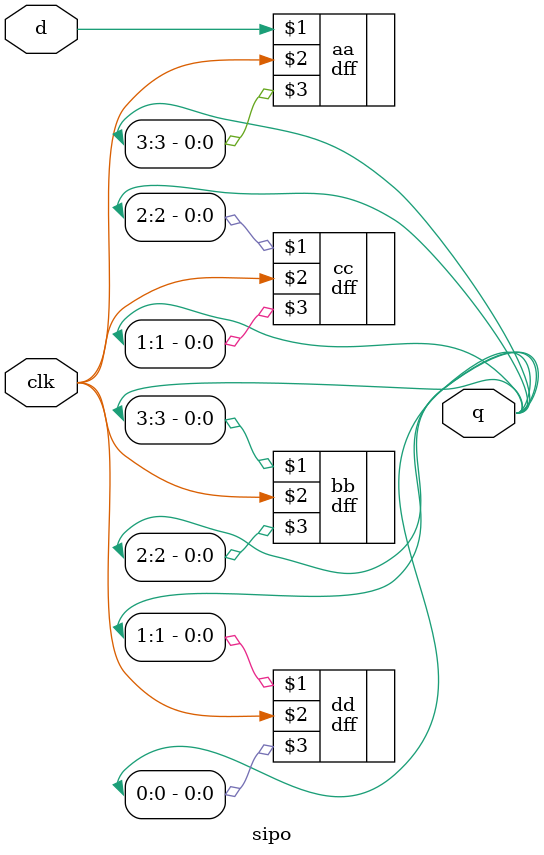
<source format=v>
module sipo(d,clk,q);
input d,clk;
output [3:0]q;


dff aa(d,clk,q[3]);
dff bb(q[3],clk,q[2]);
dff cc(q[2],clk,q[1]);
dff dd(q[1],clk,q[0]);

endmodule
</source>
